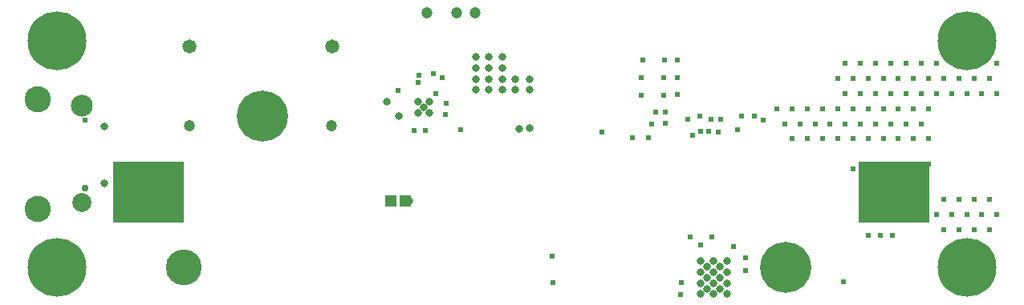
<source format=gbr>
%TF.GenerationSoftware,Altium Limited,Altium Designer,20.0.13 (296)*%
G04 Layer_Color=16711935*
%FSLAX45Y45*%
%MOMM*%
%TF.FileFunction,Soldermask,Bot*%
%TF.Part,Single*%
G01*
G75*
%TA.AperFunction,SMDPad,CuDef*%
%ADD92R,7.54320X6.55320*%
%ADD93R,1.20320X1.17320*%
%TA.AperFunction,ComponentPad*%
%ADD94C,3.78820*%
%ADD95C,5.37820*%
%ADD96C,0.75320*%
%ADD97C,0.60820*%
%ADD98C,2.76820*%
%ADD99C,2.00320*%
%ADD100C,2.30320*%
%TA.AperFunction,ViaPad*%
%ADD101C,0.60320*%
%ADD102C,0.80320*%
%ADD103C,1.20320*%
%ADD104C,1.47320*%
%ADD105C,6.20320*%
D92*
X2970000Y5200000D02*
D03*
X10836000D02*
D03*
D93*
X5673500Y5100000D02*
D03*
X5526500D02*
D03*
D94*
X3337000Y4400000D02*
D03*
D95*
X4170000Y6000000D02*
D03*
X9690000Y4400000D02*
D03*
D96*
X2302500Y5240000D02*
D03*
D97*
Y5960000D02*
D03*
D98*
X1797500Y5020000D02*
D03*
Y6180000D02*
D03*
D99*
X2264500Y5090000D02*
D03*
D100*
Y6110000D02*
D03*
D101*
X6070440Y6404824D02*
D03*
X6000000Y6240000D02*
D03*
X6260000Y5860000D02*
D03*
X11919995Y6559997D02*
D03*
X11839995Y6399997D02*
D03*
X11919995Y6239997D02*
D03*
X11839995Y5119998D02*
D03*
X11919995Y4959998D02*
D03*
X11839995Y4799998D02*
D03*
X11679995Y6399997D02*
D03*
X11759995Y6239997D02*
D03*
X11679995Y5119998D02*
D03*
X11759995Y4959998D02*
D03*
X11679995Y4799998D02*
D03*
X11519995Y6399997D02*
D03*
X11599995Y6239997D02*
D03*
X11519995Y5119998D02*
D03*
X11599995Y4959998D02*
D03*
X11519995Y4799998D02*
D03*
X11359995Y6399997D02*
D03*
X11439995Y6239997D02*
D03*
X11359995Y5119998D02*
D03*
X11439995Y4959998D02*
D03*
X11359995Y4799998D02*
D03*
X11279995Y6559997D02*
D03*
X11199995Y6399997D02*
D03*
X11279995Y6239997D02*
D03*
X11199995Y6079997D02*
D03*
Y5759998D02*
D03*
X11279995Y4959998D02*
D03*
X11119995Y6559997D02*
D03*
X11039995Y6399997D02*
D03*
X11119995Y6239997D02*
D03*
X11039995Y6079997D02*
D03*
X11119995Y5919998D02*
D03*
X11039995Y5759998D02*
D03*
X10959995Y6559997D02*
D03*
X10879996Y6399997D02*
D03*
X10959995Y6239997D02*
D03*
X10879996Y6079997D02*
D03*
X10959995Y5919998D02*
D03*
X10879996Y5759998D02*
D03*
X10799995Y6559997D02*
D03*
X10719996Y6399997D02*
D03*
X10799995Y6239997D02*
D03*
X10719996Y6079997D02*
D03*
X10799995Y5919998D02*
D03*
X10719996Y5759998D02*
D03*
X10639995Y6559997D02*
D03*
X10559996Y6399997D02*
D03*
X10639995Y6239997D02*
D03*
X10559996Y6079997D02*
D03*
X10639995Y5919998D02*
D03*
X10559996Y5759998D02*
D03*
X10479996Y6559997D02*
D03*
X10399996Y6399997D02*
D03*
X10479996Y6239997D02*
D03*
X10399996Y6079997D02*
D03*
X10479996Y5919998D02*
D03*
X10399996Y5759998D02*
D03*
Y5439998D02*
D03*
X10319996Y6559997D02*
D03*
X10239996Y6399997D02*
D03*
X10319996Y6239997D02*
D03*
X10239996Y6079997D02*
D03*
X10319996Y5919998D02*
D03*
X10239996Y5759998D02*
D03*
X10079996Y6079997D02*
D03*
X10159996Y5919998D02*
D03*
X10079996Y5759998D02*
D03*
X9919996Y6079997D02*
D03*
X9999996Y5919998D02*
D03*
X9919996Y5759998D02*
D03*
X9759996Y6079997D02*
D03*
X9839996Y5919998D02*
D03*
X9759996Y5759998D02*
D03*
X9599996Y6079997D02*
D03*
X9679996Y5919998D02*
D03*
X10640000Y5470000D02*
D03*
X10910000Y5460000D02*
D03*
X10790000Y5470000D02*
D03*
X10500000Y5480000D02*
D03*
X11080000Y5490000D02*
D03*
X11200000D02*
D03*
X8680000Y4720000D02*
D03*
X8580000Y4110000D02*
D03*
X8590000Y4240000D02*
D03*
X5970000Y6450000D02*
D03*
X5600000Y6270000D02*
D03*
X5819988Y6429987D02*
D03*
X5809988Y6359987D02*
D03*
X8910000Y4720000D02*
D03*
X8790000Y4640000D02*
D03*
X9450000Y5960000D02*
D03*
X8180000Y6590000D02*
D03*
X8170000Y6220000D02*
D03*
X8550000Y6230000D02*
D03*
Y6410000D02*
D03*
Y6590000D02*
D03*
X8410000D02*
D03*
X8400000Y6220000D02*
D03*
Y6410000D02*
D03*
X9180000Y5860000D02*
D03*
X10300000Y4250000D02*
D03*
X8980000Y5830000D02*
D03*
X8880000Y5840000D02*
D03*
X8790000D02*
D03*
X8423000Y5924000D02*
D03*
X8280000Y5920000D02*
D03*
X5770000Y5850000D02*
D03*
X7750000Y5830000D02*
D03*
X8710000Y5800000D02*
D03*
X8076000Y5769600D02*
D03*
X8246000D02*
D03*
X6110000Y6140000D02*
D03*
X6098000Y6016000D02*
D03*
X5890100Y5850000D02*
D03*
X10820000Y4740000D02*
D03*
X9140000Y4620000D02*
D03*
X8655000Y5969000D02*
D03*
X8786000Y6004600D02*
D03*
X8320000Y6040000D02*
D03*
X8170000Y6410000D02*
D03*
X9270000Y4370000D02*
D03*
Y4500000D02*
D03*
X10560000Y4740000D02*
D03*
X10690000D02*
D03*
X9361000Y6001000D02*
D03*
X9222000Y6004000D02*
D03*
X9007000Y5966000D02*
D03*
X8902000Y5971000D02*
D03*
X8420000Y6040000D02*
D03*
X7238000Y4239000D02*
D03*
X7225000Y4516000D02*
D03*
D102*
X5720000Y5100000D02*
D03*
X10970000Y5090000D02*
D03*
X10710000D02*
D03*
X11100000Y5200000D02*
D03*
X10580000D02*
D03*
X10836000D02*
D03*
X10840000Y4980000D02*
D03*
X11100000D02*
D03*
X10580000D02*
D03*
X6420000Y6280000D02*
D03*
X6560000D02*
D03*
X6700000D02*
D03*
X6840000D02*
D03*
X6990000D02*
D03*
X6420000Y6390000D02*
D03*
X6560000D02*
D03*
X6700000D02*
D03*
X6840000D02*
D03*
X6990000D02*
D03*
X6420000Y6510000D02*
D03*
X6560000D02*
D03*
X6700000D02*
D03*
Y6630000D02*
D03*
X6560000D02*
D03*
X6420000D02*
D03*
X2500000Y5890000D02*
D03*
Y5290000D02*
D03*
X9000000Y4170000D02*
D03*
X8860000D02*
D03*
Y4290000D02*
D03*
X9000000D02*
D03*
Y4410000D02*
D03*
X8860000D02*
D03*
X8790000Y4120000D02*
D03*
X9070000D02*
D03*
X8930000D02*
D03*
X8790000Y4230000D02*
D03*
X9070000D02*
D03*
X8930000D02*
D03*
X8790000Y4350000D02*
D03*
X9070000D02*
D03*
X8930000D02*
D03*
X9070000Y4470000D02*
D03*
X8930000D02*
D03*
X8790000D02*
D03*
X5608000Y6003000D02*
D03*
X5481000Y6155000D02*
D03*
X6881000Y5869000D02*
D03*
X6986000Y5871000D02*
D03*
X5872000Y6095000D02*
D03*
X5813000Y6038000D02*
D03*
X5929000Y6037000D02*
D03*
Y6152000D02*
D03*
X5816000Y6151000D02*
D03*
D103*
X6410000Y7090000D02*
D03*
X5910000D02*
D03*
X6220000D02*
D03*
X3190000Y4960000D02*
D03*
X4900000Y5900000D02*
D03*
X3400000D02*
D03*
D104*
Y6740000D02*
D03*
X4910000D02*
D03*
X3200000Y5210000D02*
D03*
X2690000Y4990000D02*
D03*
X2700000Y5410000D02*
D03*
D105*
X2000000Y4400000D02*
D03*
X11600000D02*
D03*
Y6800000D02*
D03*
X2000000D02*
D03*
%TF.MD5,4b6b019270c66f5bbafaebed580864cf*%
M02*

</source>
